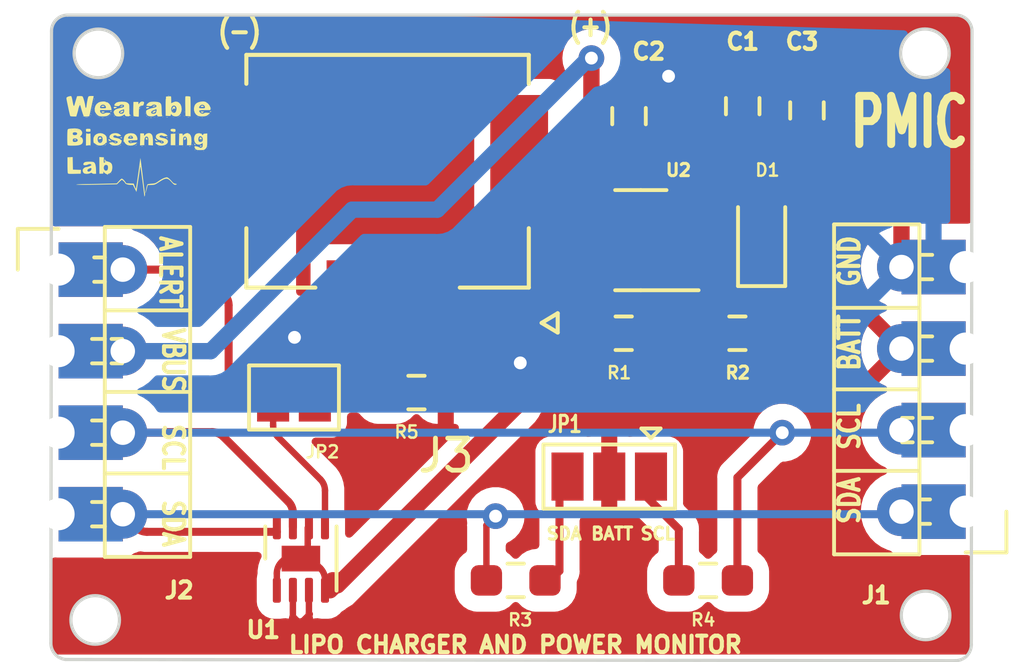
<source format=kicad_pcb>
(kicad_pcb (version 20221018) (generator pcbnew)

  (general
    (thickness 0.89)
  )

  (paper "A4")
  (layers
    (0 "F.Cu" signal)
    (31 "B.Cu" signal)
    (32 "B.Adhes" user "B.Adhesive")
    (33 "F.Adhes" user "F.Adhesive")
    (34 "B.Paste" user)
    (35 "F.Paste" user)
    (36 "B.SilkS" user "B.Silkscreen")
    (37 "F.SilkS" user "F.Silkscreen")
    (38 "B.Mask" user)
    (39 "F.Mask" user)
    (42 "Eco1.User" user "User.Eco1")
    (44 "Edge.Cuts" user)
    (45 "Margin" user)
    (46 "B.CrtYd" user "B.Courtyard")
    (47 "F.CrtYd" user "F.Courtyard")
  )

  (setup
    (stackup
      (layer "F.SilkS" (type "Top Silk Screen"))
      (layer "F.Paste" (type "Top Solder Paste"))
      (layer "F.Mask" (type "Top Solder Mask") (thickness 0.01))
      (layer "F.Cu" (type "copper") (thickness 0.035))
      (layer "dielectric 1" (type "core") (thickness 0.8) (material "FR4") (epsilon_r 4.5) (loss_tangent 0.02))
      (layer "B.Cu" (type "copper") (thickness 0.035))
      (layer "B.Mask" (type "Bottom Solder Mask") (thickness 0.01))
      (layer "B.Paste" (type "Bottom Solder Paste"))
      (layer "B.SilkS" (type "Bottom Silk Screen"))
      (copper_finish "None")
      (dielectric_constraints no)
      (castellated_pads yes)
    )
    (pad_to_mask_clearance 0)
    (grid_origin 0.15 0.15)
    (pcbplotparams
      (layerselection 0x0000080_7ffffffe)
      (plot_on_all_layers_selection 0x0000000_00000000)
      (disableapertmacros false)
      (usegerberextensions false)
      (usegerberattributes true)
      (usegerberadvancedattributes true)
      (creategerberjobfile true)
      (dashed_line_dash_ratio 12.000000)
      (dashed_line_gap_ratio 3.000000)
      (svgprecision 4)
      (plotframeref false)
      (viasonmask false)
      (mode 1)
      (useauxorigin false)
      (hpglpennumber 1)
      (hpglpenspeed 20)
      (hpglpendiameter 15.000000)
      (dxfpolygonmode true)
      (dxfimperialunits false)
      (dxfusepcbnewfont true)
      (psnegative false)
      (psa4output false)
      (plotreference true)
      (plotvalue true)
      (plotinvisibletext false)
      (sketchpadsonfab false)
      (subtractmaskfromsilk false)
      (outputformat 5)
      (mirror false)
      (drillshape 0)
      (scaleselection 1)
      (outputdirectory "Print/")
    )
  )

  (net 0 "")
  (net 1 "+BATT")
  (net 2 "GND")
  (net 3 "Net-(JP1-A)")
  (net 4 "Net-(D1-K)")
  (net 5 "Net-(D1-A)")
  (net 6 "Net-(U2-PROG)")
  (net 7 "ALERT")
  (net 8 "Net-(JP1-B)")
  (net 9 "Net-(JP2-B)")
  (net 10 "VBUS")
  (net 11 "/SCL_PMIC")
  (net 12 "/SDA_PMIC")
  (net 13 "unconnected-(J3-Pad2)")
  (net 14 "unconnected-(J3-SHIELD1-PadS1)")
  (net 15 "unconnected-(J3-SHIELD2-PadS2)")

  (footprint "Jumper:SolderJumper-3_P1.3mm_Open_Pad1.0x1.5mm" (layer "F.Cu") (at 90.856 88.238 180))

  (footprint "LOGO" (layer "F.Cu") (at 76.3 77.9))

  (footprint "Resistor_SMD:R_0603_1608Metric_Pad0.98x0.95mm_HandSolder" (layer "F.Cu") (at 94.8485 83.772 180))

  (footprint "Resistor_SMD:R_0603_1608Metric_Pad0.98x0.95mm_HandSolder" (layer "F.Cu") (at 87.9415 91.472))

  (footprint "Jumper:SolderJumper-2_P1.3mm_Open_Pad1.0x1.5mm" (layer "F.Cu") (at 81.034 85.774))

  (footprint "Resistor_SMD:R_0603_1608Metric_Pad0.98x0.95mm_HandSolder" (layer "F.Cu") (at 84.85 85.62))

  (footprint "Resistor_SMD:R_0603_1608Metric_Pad0.98x0.95mm_HandSolder" (layer "F.Cu") (at 91.3065 83.772 180))

  (footprint "Resistor_SMD:R_0603_1608Metric_Pad0.98x0.95mm_HandSolder" (layer "F.Cu") (at 95.014 76.6975 90))

  (footprint "Castellated_PinHeaders_1x04:Castellated_PinHeader_1x04_P2.54mm" (layer "F.Cu") (at 73.7 81.79))

  (footprint "Resistor_SMD:R_0603_1608Metric_Pad0.98x0.95mm_HandSolder" (layer "F.Cu") (at 97.016 76.8305 -90))

  (footprint "MOLEX_5025850370:MOLEX_5025850370" (layer "F.Cu") (at 83.95 79.35 180))

  (footprint "Package_DFN_QFN:TDFN-8-1EP_2x2mm_P0.5mm_EP0.8x1.2mm" (layer "F.Cu") (at 81.25 90.7925 90))

  (footprint "LED_SMD:LED_0603_1608Metric_Pad1.05x0.95mm_HandSolder" (layer "F.Cu") (at 95.6032 80.643 90))

  (footprint "Resistor_SMD:R_0603_1608Metric_Pad0.98x0.95mm_HandSolder" (layer "F.Cu") (at 91.472 77.0075 90))

  (footprint "Castellated_PinHeaders_1x04:Castellated_PinHeader_1x04_P2.54mm" (layer "F.Cu") (at 101.96 89.33 180))

  (footprint "Resistor_SMD:R_0603_1608Metric_Pad0.98x0.95mm_HandSolder" (layer "F.Cu") (at 93.936 91.472 180))

  (footprint "Package_TO_SOT_SMD:SOT-23-5" (layer "F.Cu") (at 91.8395 80.872 180))

  (gr_line locked (start 73.461553 93.428447) (end 73.4798 74.3608)
    (stroke (width 0.1) (type default)) (layer "Edge.Cuts") (tstamp 08a709b1-426c-48ae-a0b3-b99f1e8a0399))
  (gr_arc locked (start 73.4798 74.3608) (mid 73.626247 74.007247) (end 73.9798 73.8608)
    (stroke (width 0.1) (type default)) (layer "Edge.Cuts") (tstamp 09663f50-a886-4683-b9d0-131f8051fcb7))
  (gr_circle (center 74.84 92.704) (end 75.4 93.214)
    (stroke (width 0.1) (type default)) (fill none) (layer "Edge.Cuts") (tstamp 2513244c-58a9-42a8-a8ed-f1489566f036))
  (gr_arc locked (start 101.6564 73.8608) (mid 102.009953 74.007247) (end 102.1564 74.3608)
    (stroke (width 0.1) (type default)) (layer "Edge.Cuts") (tstamp 3cbd72eb-bd78-4f6a-a210-9faba7291f92))
  (gr_circle (center 100.69 75.05) (end 101.25 75.56)
    (stroke (width 0.1) (type default)) (fill none) (layer "Edge.Cuts") (tstamp 4cfdacca-9ffd-40c6-a568-c3b68787aff0))
  (gr_arc locked (start 102.136 93.474) (mid 101.989553 93.827553) (end 101.636 93.974)
    (stroke (width 0.1) (type default)) (layer "Edge.Cuts") (tstamp 68ef35ec-c2a9-46de-81a0-ef7022a44dbd))
  (gr_circle (center 74.94 75.052571) (end 75.5 75.562571)
    (stroke (width 0.1) (type default)) (fill none) (layer "Edge.Cuts") (tstamp 81610174-60b4-4a29-9762-33655680d313))
  (gr_circle (center 100.712 92.562571) (end 101.272 93.072571)
    (stroke (width 0.1) (type default)) (fill none) (layer "Edge.Cuts") (tstamp 86f2f2e5-e529-4c86-860e-13e400f987c9))
  (gr_line locked (start 101.636 93.974) (end 73.916 93.936)
    (stroke (width 0.1) (type default)) (layer "Edge.Cuts") (tstamp 938ccd79-4a5a-4e66-be66-cebdc87db407))
  (gr_arc locked (start 73.916 93.936) (mid 73.591766 93.769083) (end 73.461553 93.428447)
    (stroke (width 0.1) (type default)) (layer "Edge.Cuts") (tstamp ac7809a6-8f82-47cd-8c8b-f8d011ca0a2c))
  (gr_line locked (start 73.9798 73.8608) (end 101.6564 73.8608)
    (stroke (width 0.1) (type default)) (layer "Edge.Cuts") (tstamp e1c5ba30-b97a-47bc-a237-e1e1c0359efa))
  (gr_line locked (start 102.1564 74.3608) (end 102.136 93.474)
    (stroke (width 0.1) (type default)) (layer "Edge.Cuts") (tstamp efbfa07e-3c0b-4142-93fa-d289a850e971))
  (gr_text "BATT" (at 90.24 90.24) (layer "F.SilkS") (tstamp 0585cda7-94c7-42c5-bdba-28b17d023b44)
    (effects (font (size 0.381 0.381) (thickness 0.09525) bold) (justify left bottom))
  )
  (gr_text "LIPO CHARGER AND POWER MONITOR" (at 87.93 93.474) (layer "F.SilkS") (tstamp 06e77fa9-c633-44eb-998f-f6a4f27ad15d)
    (effects (font (size 0.508 0.508) (thickness 0.127)))
  )
  (gr_text "SDA" (at 98.71 89.778 90) (layer "F.SilkS") (tstamp 21655622-28f3-4149-a45d-33cb8546316b)
    (effects (font (size 0.635 0.508) (thickness 0.127) bold) (justify left bottom))
  )
  (gr_text "PMIC" (at 98.248 78.074) (layer "F.SilkS") (tstamp 3c3e52c4-1815-4087-bb4d-ca2ba0044c89)
    (effects (font (size 1.5 0.992) (thickness 0.248) bold) (justify left bottom))
  )
  (gr_text "SDA" (at 76.8986 88.9012 -90) (layer "F.SilkS") (tstamp 51a8c6f2-593e-4fd9-857f-12b7f75786f8)
    (effects (font (size 0.635 0.508) (thickness 0.127) bold) (justify left bottom))
  )
  (gr_text "SDA" (at 88.854 90.24) (layer "F.SilkS") (tstamp 66ff2711-380e-483f-8615-9a984db7a465)
    (effects (font (size 0.381 0.381) (thickness 0.09525) bold) (justify left bottom))
  )
  (gr_text "SCL" (at 91.78 90.24) (layer "F.SilkS") (tstamp 74c46991-a604-49dd-b6fa-dea8af781726)
    (effects (font (size 0.381 0.381) (thickness 0.09525) bold) (justify left bottom))
  )
  (gr_text "SCL" (at 76.8986 86.539 -90) (layer "F.SilkS") (tstamp 7cc78627-04d3-4a04-a13b-aa4ab6af1cdc)
    (effects (font (size 0.635 0.508) (thickness 0.127) bold) (justify left bottom))
  )
  (gr_text "GND" (at 98.71 82.386 90) (layer "F.SilkS") (tstamp 7d99862c-3a0c-4a87-8427-99b4407277b2)
    (effects (font (size 0.635 0.508) (thickness 0.127) bold) (justify left bottom))
  )
  (gr_text "(-)" (at 80.076 74.07 180) (layer "F.SilkS") (tstamp c6dcdcc4-7f21-4f55-9569-9ab51772fb1a)
    (effects (font (size 0.635 0.508) (thickness 0.127) bold) (justify left bottom))
  )
  (gr_text "BATT" (at 98.71 85.004 90) (layer "F.SilkS") (tstamp cecd89fa-5c96-4b7a-9023-4237607a1388)
    (effects (font (size 0.635 0.508) (thickness 0.127) bold) (justify left bottom))
  )
  (gr_text "(+)\n" (at 91.01 73.916 180) (layer "F.SilkS") (tstamp d3e73b4a-9ddf-4df0-a25f-52534df34221)
    (effects (font (size 0.635 0.508) (thickness 0.127) bold) (justify left bottom))
  )
  (gr_text "ALERT" (at 76.81 80.68 270) (layer "F.SilkS") (tstamp daeaafa5-5c53-4941-88cf-39ced48af619)
    (effects (font (size 0.635 0.508) (thickness 0.127) bold) (justify left bottom))
  )
  (gr_text "VBUS\n" (at 76.9 83.54 270) (layer "F.SilkS") (tstamp dd4dcb50-758c-4ae9-9812-e9d806a3f9a4)
    (effects (font (size 0.635 0.508) (thickness 0.127) bold) (justify left bottom))
  )
  (gr_text "SCL" (at 98.71 87.468 90) (layer "F.SilkS") (tstamp fd9b2c00-ca14-425e-a98f-3a5dc3674d29)
    (effects (font (size 0.635 0.508) (thickness 0.127) bold) (justify left bottom))
  )

  (segment (start 81 92.6) (end 81 91.78) (width 0.2) (layer "F.Cu") (net 1) (tstamp 42a23c23-aee6-4a84-a2a4-84c949562984))
  (segment (start 81.225 92.825) (end 81 92.6) (width 0.2) (layer "F.Cu") (net 1) (tstamp 5f56849c-df18-4308-99eb-3d234c8d64d9))
  (segment (start 81.525 92.525) (end 81.225 92.825) (width 0.2) (layer "F.Cu") (net 1) (tstamp 8fda2bd7-36a4-4e9c-870e-31f0b4766778))
  (segment (start 81.5 92.5) (end 81.525 92.525) (width 0.2) (layer "F.Cu") (net 1) (tstamp a6989bf5-51b3-4bf5-96eb-a45b0f394b12))
  (segment (start 81.5 91.78) (end 81.5 92.5) (width 0.2) (layer "F.Cu") (net 1) (tstamp ff89cb47-1153-4a24-b47b-be7bdfa355a7))
  (segment (start 81.345393 90.7925) (end 81.25 90.7925) (width 0.2) (layer "F.Cu") (net 2) (tstamp 00e6b2ba-a625-48ca-987b-5315f24e4cc8))
  (segment (start 98.877447 75.931447) (end 99.813554 76.867554) (width 0.508) (layer "F.Cu") (net 2) (tstamp 0d0be688-7b3f-4495-8984-05f29c97d024))
  (segment (start 80.7555 90.7925) (end 81.25 90.7925) (width 0.2) (layer "F.Cu") (net 2) (tstamp 12e81996-709f-4630-8d5d-9c4452eb1370))
  (segment (start 88.084 84.696) (end 88.084 85.720893) (width 0.508) (layer "F.Cu") (net 2) (tstamp 2a1b04d6-4c19-4983-809b-1b724c963f78))
  (segment (start 82 91.78) (end 82 91.447107) (width 0.2) (layer "F.Cu") (net 2) (tstamp 2adecf88-896d-4ccc-83fa-38a715fd4aca))
  (segment (start 91.772447 85.319553) (end 92.072554 85.019446) (width 0.508) (layer "F.Cu") (net 2) (tstamp 2dab028f-b246-436d-a681-96e59037978a))
  (segment (start 82.386 91.472) (end 82.232 91.472) (width 0.508) (layer "F.Cu") (net 2) (tstamp 3226ef93-0362-4359-a359-a10b29708cee))
  (segment (start 81.25 90.7925) (end 81.25 90.76) (width 0.2) (layer "F.Cu") (net 2) (tstamp 3acad2a9-90e6-44a9-9693-3e6f58b6389d))
  (segment (start 92.219 84.665893) (end 92.219 83.772) (width 0.508) (layer "F.Cu") (net 2) (tstamp 411fd118-d9a6-4ba8-9c65-a1baf6b5e532))
  (segment (start 99.96 77.221107) (end 99.96 81.71) (width 0.508) (layer "F.Cu") (net 2) (tstamp 42155993-160b-424e-83be-2c8b08be42b9))
  (segment (start 88.084 84.696) (end 88.707554 85.319554) (width 0.508) (layer "F.Cu") (net 2) (tstamp 4eb46c89-3ee3-450f-90ec-a32e6ff36d7e))
  (segment (start 89.304 83.476) (end 88.084 84.696) (width 0.508) (layer "F.Cu") (net 2) (tstamp 5026fcda-eda8-4702-91d5-5b02f76d233b))
  (segment (start 89.304 81.703316) (end 89.304 83.476) (width 0.508) (layer "F.Cu") (net 2) (tstamp 5be2f89c-076c-46a1-8487-e2d4631380a0))
  (segment (start 81.853553 91.093553) (end 81.698946 90.938946) (width 0.2) (layer "F.Cu") (net 2) (tstamp 5fff8a8d-e207-4ca8-abac-7ebb3ad2b7fe))
  (segment (start 92.219 83.772) (end 93.936 83.772) (width 0.508) (layer "F.Cu") (net 2) (tstamp 66472aff-9bed-4c13-b43a-9d2593c6ead9))
  (segment (start 82.232 91.7052) (end 82.1572 91.78) (width 0.508) (layer "F.Cu") (net 2) (tstamp 6ada2d9e-0c1d-46d4-831f-0734f43f6a10))
  (segment (start 80.5 91.78) (end 80.5 91.255107) (width 0.2) (layer "F.Cu") (net 2) (tstamp 6dad5a19-20c3-4711-9ad8-ded878be77c2))
  (segment (start 92.977 80.872) (end 90.135316 80.872) (width 0.508) (layer "F.Cu") (net 2) (tstamp 6e2617df-e97b-4c2d-a001-c2ac32e214af))
  (segment (start 95.014 75.785) (end 98.523893 75.785) (width 0.508) (layer "F.Cu") (net 2) (tstamp 7ba3d0c5-553e-4ab7-a17a-48ff65eec0b4))
  (segment (start 82.232 91.472) (end 82.232 91.7052) (width 0.508) (layer "F.Cu") (net 2) (tstamp 8475b5c5-374c-4740-af94-325c48c8e0ec))
  (segment (start 87.937553 86.074447) (end 82.386 91.626) (width 0.508) (layer "F.Cu") (net 2) (tstamp 8ffbd648-2520-41ae-a1b2-74c70f0b36bd))
  (segment (start 91.656553 75.910447) (end 91.472 76.095) (width 0.508) (layer "F.Cu") (net 2) (tstamp 963018b7-9ef8-41b3-a07d-28ec746d4f8b))
  (segment (start 80.646447 90.901553) (end 80.7555 90.7925) (width 0.2) (layer "F.Cu") (net 2) (tstamp a18d1d7a-e260-4806-838a-ca645db5136a))
  (segment (start 81.25 90.76) (end 81.315554 90.694446) (width 0.2) (layer "F.Cu") (net 2) (tstamp a1a5a1c6-e330-45fc-b167-50847cd22cad))
  (segment (start 82.7 82.75) (end 82.2 82.75) (width 0.508) (layer "F.Cu") (net 2) (tstamp ad75951c-4dd4-4bb3-972a-a06c8c5e5f78))
  (segment (start 90.135316 80.872) (end 89.304 81.703316) (width 0.508) (layer "F.Cu") (net 2) (tstamp ae2ad8a4-9c9c-4ff1-af49-b719e0d04d0a))
  (segment (start 81.462 89.843) (end 81.5 89.805) (width 0.2) (layer "F.Cu") (net 2) (tstamp bceefde4-5d16-4b83-b812-65e8a68e0a4f))
  (segment (start 89.061107 85.466) (end 91.418893 85.466) (width 0.508) (layer "F.Cu") (net 2) (tstamp d5a352dd-594f-4481-9f38-7076241a17d3))
  (segment (start 82.2 82.75) (end 81.05 83.9) (width 0.508) (layer "F.Cu") (net 2) (tstamp e10bec7e-ef99-4081-99de-eb91b3260adb))
  (segment (start 92.704 75.764) (end 92.010107 75.764) (width 0.508) (layer "F.Cu") (net 2) (tstamp e944f85a-10b6-4a19-991c-4dda20a06a5c))
  (segment (start 81.462 90.340893) (end 81.462 89.843) (width 0.2) (layer "F.Cu") (net 2) (tstamp f374723e-2d9c-476c-a691-18932191dcfe))
  (via (at 88.084 84.696) (size 0.8) (drill 0.4) (layers "F.Cu" "B.Cu") (net 2) (tstamp 06b762e5-7837-42dc-b287-ecb1cb2d5256))
  (via (at 92.704 75.764) (size 0.8) (drill 0.4) (layers "F.Cu" "B.Cu") (net 2) (tstamp 347afe8a-00b6-4631-957d-a35633df8464))
  (via (at 81.05 83.9) (size 0.8) (drill 0.4) (layers "F.Cu" "B.Cu") (net 2) (tstamp b66359cd-b32e-498d-8001-ebde71c170d6))
  (arc (start 99.813554 76.867554) (mid 99.92194 77.029766) (end 99.96 77.221107) (width 0.508) (layer "F.Cu") (net 2) (tstamp 0797c126-ad06-4732-81e1-76ab342c4658))
  (arc (start 87.937553 86.074447) (mid 88.04594 85.912235) (end 88.084 85.720893) (width 0.508) (layer "F.Cu") (net 2) (tstamp 0b8fc7ff-d916-4201-9b5e-b99e51ad9c5e))
  (arc (start 80.5 91.255107) (mid 80.53806 91.063765) (end 80.646447 90.901553) (width 0.2) (layer "F.Cu") (net 2) (tstamp 2a7a492f-a0ff-45d3-91d3-35a7aa53eb9b))
  (arc (start 81.315554 90.694446) (mid 81.42394 90.532234) (end 81.462 90.340893) (width 0.2) (layer "F.Cu") (net 2) (tstamp 3590ff01-0915-476d-9d81-85b03e74762b))
  (arc (start 92.010107 75.764) (mid 91.818765 75.80206) (end 91.656553 75.910447) (width 0.508) (layer "F.Cu") (net 2) (tstamp 6a365df9-f186-4619-8ae9-56a6d166502c))
  (arc (start 81.698946 90.938946) (mid 81.536734 90.83056) (end 81.345393 90.7925) (width 0.2) (layer "F.Cu") (net 2) (tstamp 75f8802d-ab67-4fda-a7f9-650c29d24425))
  (arc (start 98.877447 75.931447) (mid 98.715235 75.82306) (end 98.523893 75.785) (width 0.508) (layer "F.Cu") (net 2) (tstamp 7b3c255a-07cd-45d7-b1c5-b6447d4b3a9a))
  (arc (start 92.072554 85.019446) (mid 92.18094 84.857234) (end 92.219 84.665893) (width 0.508) (layer "F.Cu") (net 2) (tstamp 8e546c2e-1e15-4210-8014-407e8febb05e))
  (arc (start 91.772447 85.319553) (mid 91.610235 85.42794) (end 91.418893 85.466) (width 0.508) (layer "F.Cu") (net 2) (tstamp cc568fbf-7b33-4a4d-97b9-d54b7e4eb79e))
  (arc (start 82 91.447107) (mid 81.96194 91.255765) (end 81.853553 91.093553) (width 0.2) (layer "F.Cu") (net 2) (tstamp d76580e1-9f32-4115-af8c-f0c22cd45cfb))
  (arc (start 89.061107 85.466) (mid 88.869766 85.42794) (end 88.707554 85.319554) (width 0.508) (layer "F.Cu") (net 2) (tstamp e3f78a9e-dcc5-44f8-805e-d3246ae40392))
  (segment (start 93.0235 89.8755) (end 91.848 88.7) (width 0.25) (layer "F.Cu") (net 3) (tstamp 84aab61e-4f8b-4867-9793-601f2b691db5))
  (segment (start 93.0235 91.472) (end 93.0235 89.8755) (width 0.25) (layer "F.Cu") (net 3) (tstamp b6946e6d-01b5-406a-900f-028d797e2f21))
  (segment (start 95.761 83.772) (end 95.761 81.882907) (width 0.25) (layer "F.Cu") (net 4) (tstamp 122ca3ba-d365-4b39-87c0-6e913740d66b))
  (segment (start 95.614553 81.529353) (end 95.6032 81.518) (width 0.25) (layer "F.Cu") (net 4) (tstamp a1e78289-79b0-413b-88eb-1fe37a2f7473))
  (arc (start 95.761 81.882907) (mid 95.72294 81.691565) (end 95.614553 81.529353) (width 0.25) (layer "F.Cu") (net 4) (tstamp a090b12d-336c-42b2-a9ac-5461a58d5b8b))
  (segment (start 92.977 81.822) (end 93.522893 81.822) (width 0.25) (layer "F.Cu") (net 5) (tstamp 0b1d437f-cd2f-4dc6-9685-f34236906916))
  (segment (start 94.244 81.100893) (end 94.244 80.591107) (width 0.25) (layer "F.Cu") (net 5) (tstamp 0f6582de-2e49-4906-b57a-cc79e6059cff))
  (segment (start 95.067107 79.768) (end 95.6032 79.768) (width 0.25) (layer "F.Cu") (net 5) (tstamp 73166e87-78ee-41d9-b0e6-ddd363dd8ef1))
  (segment (start 94.390447 80.237553) (end 94.713554 79.914446) (width 0.25) (layer "F.Cu") (net 5) (tstamp 8884c93f-00fc-4c10-af8f-8aa8d83f90a2))
  (segment (start 93.876447 81.675553) (end 94.097554 81.454446) (width 0.25) (layer "F.Cu") (net 5) (tstamp ed6f144e-40a8-4d2d-8f12-10d382e36345))
  (arc (start 94.244 81.100893) (mid 94.20594 81.292234) (end 94.097554 81.454446) (width 0.25) (layer "F.Cu") (net 5) (tstamp 1da17e7f-6c57-45d7-b45f-e1286b6b4350))
  (arc (start 94.390447 80.237553) (mid 94.28206 80.399765) (end 94.244 80.591107) (width 0.25) (layer "F.Cu") (net 5) (tstamp 56712fdc-1ac9-409c-a37d-bf33d302c1ea))
  (arc (start 94.713554 79.914446) (mid 94.875766 79.80606) (end 95.067107 79.768) (width 0.25) (layer "F.Cu") (net 5) (tstamp a897321b-f52c-4be6-b242-1169fec6dd3d))
  (arc (start 93.522893 81.822) (mid 93.714235 81.78394) (end 93.876447 81.675553) (width 0.25) (layer "F.Cu") (net 5) (tstamp e4e543c8-4488-4d86-8edb-8e7bfbfb1c5d))
  (segment (start 90.637753 83.46) (end 90.637753 81.886247) (width 0.25) (layer "F.Cu") (net 6) (tstamp 1bc81270-7c59-4f62-9c1d-a71d543154ee))
  (segment (start 90.637753 81.886247) (end 90.702 81.822) (width 0.25) (layer "F.Cu") (net 6) (tstamp fb73f191-1dae-4114-9ed2-c2e06745a0ca))
  (segment (start 82 89.959) (end 82 88.675107) (width 0.2) (layer "F.Cu") (net 7) (tstamp 3ac9a2ad-b153-45b3-ab73-fbf19526ca05))
  (segment (start 79.667107 85.774) (end 80.384 85.774) (width 0.25) (layer "F.Cu") (net 7) (tstamp 4b3f32e7-b278-4aa6-aa98-db8fd424447d))
  (segment (start 81.853553 88.321553) (end 80.530446 86.998446) (width 0.2) (layer "F.Cu") (net 7) (tstamp 51d41350-3415-4ed6-b352-fbd16f79023b))
  (segment (start 78.851553 82.547553) (end 78.240446 81.936446) (width 0.25) (layer "F.Cu") (net 7) (tstamp 8aff4ded-de07-478f-b36a-18edef547a98))
  (segment (start 80.384 86.644893) (end 80.384 85.774) (width 0.2) (layer "F.Cu") (net 7) (tstamp af7fd74c-2ab8-41f8-abf9-b1b0ec260004))
  (segment (start 78.998 85.104893) (end 78.998 82.901107) (width 0.25) (layer "F.Cu") (net 7) (tstamp bb7db59c-0a15-4cd4-8b4a-e005e6bf6ac4))
  (segment (start 79.313553 85.627553) (end 79.144446 85.458446) (width 0.25) (layer "F.Cu") (net 7) (tstamp f40424df-a661-4f82-baf0-7fb7835dc670))
  (segment (start 77.886893 81.79) (end 75.7 81.79) (width 0.25) (layer "F.Cu") (net 7) (tstamp fcd2ac90-e5f1-464f-a224-82a8f2d87785))
  (arc (start 79.144446 85.458446) (mid 79.03606 85.296234) (end 78.998 85.104893) (width 0.25) (layer "F.Cu") (net 7) (tstamp 0155b9d6-d406-4de6-aa54-9dd8983baac0))
  (arc (start 79.667107 85.774) (mid 79.475765 85.73594) (end 79.313553 85.627553) (width 0.25) (layer "F.Cu") (net 7) (tstamp 136ed636-913d-4f55-b941-946126eef91f))
  (arc (start 80.530446 86.998446) (mid 80.42206 86.836234) (end 80.384 86.644893) (width 0.2) (layer "F.Cu") (net 7) (tstamp 9474a73e-6930-4ac0-8e9b-1e6a3e406bb2))
  (arc (start 78.998 82.901107) (mid 78.95994 82.709765) (end 78.851553 82.547553) (width 0.25) (layer "F.Cu") (net 7) (tstamp 9ca027b9-b181-458b-9ec9-f7f59a9d4629))
  (arc (start 82 88.675107) (mid 81.96194 88.483765) (end 81.853553 88.321553) (w
... [101940 chars truncated]
</source>
